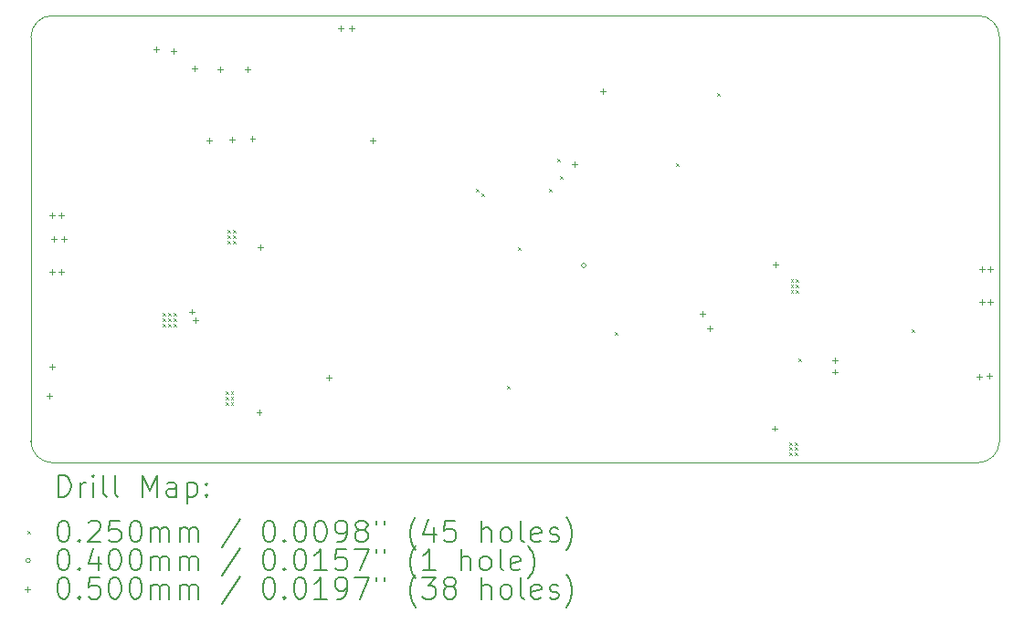
<source format=gbr>
%TF.GenerationSoftware,KiCad,Pcbnew,8.0.2*%
%TF.CreationDate,2024-05-01T20:18:54+08:00*%
%TF.ProjectId,bldcDriver,626c6463-4472-4697-9665-722e6b696361,rev?*%
%TF.SameCoordinates,Original*%
%TF.FileFunction,Drillmap*%
%TF.FilePolarity,Positive*%
%FSLAX45Y45*%
G04 Gerber Fmt 4.5, Leading zero omitted, Abs format (unit mm)*
G04 Created by KiCad (PCBNEW 8.0.2) date 2024-05-01 20:18:54*
%MOMM*%
%LPD*%
G01*
G04 APERTURE LIST*
%ADD10C,0.100000*%
%ADD11C,0.200000*%
G04 APERTURE END LIST*
D10*
X3245500Y-7019000D02*
X3245500Y-3269000D01*
X3445500Y-7219000D02*
G75*
G02*
X3245500Y-7019000I0J200000D01*
G01*
X12023584Y-7219000D02*
X11935500Y-7219000D01*
X12023584Y-3069000D02*
G75*
G02*
X12223580Y-3269000I-4J-200000D01*
G01*
X12223584Y-3269000D02*
X12223584Y-7019000D01*
X3445500Y-3069000D02*
X11935500Y-3069000D01*
X12223584Y-7019000D02*
G75*
G02*
X12023584Y-7219004I-200004J0D01*
G01*
X3245500Y-3269000D02*
G75*
G02*
X3445500Y-3069000I200000J0D01*
G01*
X11935500Y-7219000D02*
X3445500Y-7219000D01*
X11935500Y-3069000D02*
X12023584Y-3069000D01*
D11*
D10*
X4467500Y-5827500D02*
X4492500Y-5852500D01*
X4492500Y-5827500D02*
X4467500Y-5852500D01*
X4467500Y-5877500D02*
X4492500Y-5902500D01*
X4492500Y-5877500D02*
X4467500Y-5902500D01*
X4467500Y-5927500D02*
X4492500Y-5952500D01*
X4492500Y-5927500D02*
X4467500Y-5952500D01*
X4517500Y-5827500D02*
X4542500Y-5852500D01*
X4542500Y-5827500D02*
X4517500Y-5852500D01*
X4517500Y-5877500D02*
X4542500Y-5902500D01*
X4542500Y-5877500D02*
X4517500Y-5902500D01*
X4517500Y-5927500D02*
X4542500Y-5952500D01*
X4542500Y-5927500D02*
X4517500Y-5952500D01*
X4567500Y-5827500D02*
X4592500Y-5852500D01*
X4592500Y-5827500D02*
X4567500Y-5852500D01*
X4567500Y-5877500D02*
X4592500Y-5902500D01*
X4592500Y-5877500D02*
X4567500Y-5902500D01*
X4567500Y-5927500D02*
X4592500Y-5952500D01*
X4592500Y-5927500D02*
X4567500Y-5952500D01*
X5047500Y-6557500D02*
X5072500Y-6582500D01*
X5072500Y-6557500D02*
X5047500Y-6582500D01*
X5047500Y-6607500D02*
X5072500Y-6632500D01*
X5072500Y-6607500D02*
X5047500Y-6632500D01*
X5047500Y-6657500D02*
X5072500Y-6682500D01*
X5072500Y-6657500D02*
X5047500Y-6682500D01*
X5067500Y-5057500D02*
X5092500Y-5082500D01*
X5092500Y-5057500D02*
X5067500Y-5082500D01*
X5067500Y-5107500D02*
X5092500Y-5132500D01*
X5092500Y-5107500D02*
X5067500Y-5132500D01*
X5067500Y-5157500D02*
X5092500Y-5182500D01*
X5092500Y-5157500D02*
X5067500Y-5182500D01*
X5097500Y-6557500D02*
X5122500Y-6582500D01*
X5122500Y-6557500D02*
X5097500Y-6582500D01*
X5097500Y-6607500D02*
X5122500Y-6632500D01*
X5122500Y-6607500D02*
X5097500Y-6632500D01*
X5097500Y-6657500D02*
X5122500Y-6682500D01*
X5122500Y-6657500D02*
X5097500Y-6682500D01*
X5117500Y-5057500D02*
X5142500Y-5082500D01*
X5142500Y-5057500D02*
X5117500Y-5082500D01*
X5117500Y-5107500D02*
X5142500Y-5132500D01*
X5142500Y-5107500D02*
X5117500Y-5132500D01*
X5117500Y-5157500D02*
X5142500Y-5182500D01*
X5142500Y-5157500D02*
X5117500Y-5182500D01*
X7367500Y-4677500D02*
X7392500Y-4702500D01*
X7392500Y-4677500D02*
X7367500Y-4702500D01*
X7425000Y-4721250D02*
X7450000Y-4746250D01*
X7450000Y-4721250D02*
X7425000Y-4746250D01*
X7657500Y-6507500D02*
X7682500Y-6532500D01*
X7682500Y-6507500D02*
X7657500Y-6532500D01*
X7760000Y-5217250D02*
X7785000Y-5242250D01*
X7785000Y-5217250D02*
X7760000Y-5242250D01*
X8047500Y-4681000D02*
X8072500Y-4706000D01*
X8072500Y-4681000D02*
X8047500Y-4706000D01*
X8125056Y-4395095D02*
X8150056Y-4420095D01*
X8150056Y-4395095D02*
X8125056Y-4420095D01*
X8147500Y-4560000D02*
X8172500Y-4585000D01*
X8172500Y-4560000D02*
X8147500Y-4585000D01*
X8657500Y-6007500D02*
X8682500Y-6032500D01*
X8682500Y-6007500D02*
X8657500Y-6032500D01*
X9227500Y-4437500D02*
X9252500Y-4462500D01*
X9252500Y-4437500D02*
X9227500Y-4462500D01*
X9607500Y-3788750D02*
X9632500Y-3813750D01*
X9632500Y-3788750D02*
X9607500Y-3813750D01*
X10277500Y-7027500D02*
X10302500Y-7052500D01*
X10302500Y-7027500D02*
X10277500Y-7052500D01*
X10277500Y-7077500D02*
X10302500Y-7102500D01*
X10302500Y-7077500D02*
X10277500Y-7102500D01*
X10277500Y-7127500D02*
X10302500Y-7152500D01*
X10302500Y-7127500D02*
X10277500Y-7152500D01*
X10287500Y-5517500D02*
X10312500Y-5542500D01*
X10312500Y-5517500D02*
X10287500Y-5542500D01*
X10287500Y-5567500D02*
X10312500Y-5592500D01*
X10312500Y-5567500D02*
X10287500Y-5592500D01*
X10287500Y-5617500D02*
X10312500Y-5642500D01*
X10312500Y-5617500D02*
X10287500Y-5642500D01*
X10327500Y-7027500D02*
X10352500Y-7052500D01*
X10352500Y-7027500D02*
X10327500Y-7052500D01*
X10327500Y-7077500D02*
X10352500Y-7102500D01*
X10352500Y-7077500D02*
X10327500Y-7102500D01*
X10327500Y-7127500D02*
X10352500Y-7152500D01*
X10352500Y-7127500D02*
X10327500Y-7152500D01*
X10337500Y-5517500D02*
X10362500Y-5542500D01*
X10362500Y-5517500D02*
X10337500Y-5542500D01*
X10337500Y-5567500D02*
X10362500Y-5592500D01*
X10362500Y-5567500D02*
X10337500Y-5592500D01*
X10337500Y-5617500D02*
X10362500Y-5642500D01*
X10362500Y-5617500D02*
X10337500Y-5642500D01*
X10361411Y-6252717D02*
X10386411Y-6277717D01*
X10386411Y-6252717D02*
X10361411Y-6277717D01*
X11412125Y-5981500D02*
X11437125Y-6006500D01*
X11437125Y-5981500D02*
X11412125Y-6006500D01*
X8390000Y-5387250D02*
G75*
G02*
X8350000Y-5387250I-20000J0D01*
G01*
X8350000Y-5387250D02*
G75*
G02*
X8390000Y-5387250I20000J0D01*
G01*
X3413750Y-6573125D02*
X3413750Y-6623125D01*
X3388750Y-6598125D02*
X3438750Y-6598125D01*
X3440000Y-4895000D02*
X3440000Y-4945000D01*
X3415000Y-4920000D02*
X3465000Y-4920000D01*
X3440000Y-5421250D02*
X3440000Y-5471250D01*
X3415000Y-5446250D02*
X3465000Y-5446250D01*
X3440000Y-6305000D02*
X3440000Y-6355000D01*
X3415000Y-6330000D02*
X3465000Y-6330000D01*
X3460000Y-5115000D02*
X3460000Y-5165000D01*
X3435000Y-5140000D02*
X3485000Y-5140000D01*
X3530000Y-4895000D02*
X3530000Y-4945000D01*
X3505000Y-4920000D02*
X3555000Y-4920000D01*
X3530000Y-5421250D02*
X3530000Y-5471250D01*
X3505000Y-5446250D02*
X3555000Y-5446250D01*
X3550000Y-5115000D02*
X3550000Y-5165000D01*
X3525000Y-5140000D02*
X3575000Y-5140000D01*
X4410000Y-3355000D02*
X4410000Y-3405000D01*
X4385000Y-3380000D02*
X4435000Y-3380000D01*
X4570000Y-3375000D02*
X4570000Y-3425000D01*
X4545000Y-3400000D02*
X4595000Y-3400000D01*
X4737179Y-5791280D02*
X4737179Y-5841280D01*
X4712179Y-5816280D02*
X4762179Y-5816280D01*
X4760000Y-3535000D02*
X4760000Y-3585000D01*
X4735000Y-3560000D02*
X4785000Y-3560000D01*
X4772500Y-5875000D02*
X4772500Y-5925000D01*
X4747500Y-5900000D02*
X4797500Y-5900000D01*
X4900000Y-4200250D02*
X4900000Y-4250250D01*
X4875000Y-4225250D02*
X4925000Y-4225250D01*
X5000000Y-3545000D02*
X5000000Y-3595000D01*
X4975000Y-3570000D02*
X5025000Y-3570000D01*
X5110000Y-4195000D02*
X5110000Y-4245000D01*
X5085000Y-4220000D02*
X5135000Y-4220000D01*
X5250000Y-3545000D02*
X5250000Y-3595000D01*
X5225000Y-3570000D02*
X5275000Y-3570000D01*
X5300000Y-4185000D02*
X5300000Y-4235000D01*
X5275000Y-4210000D02*
X5325000Y-4210000D01*
X5360000Y-6725000D02*
X5360000Y-6775000D01*
X5335000Y-6750000D02*
X5385000Y-6750000D01*
X5370000Y-5195000D02*
X5370000Y-5245000D01*
X5345000Y-5220000D02*
X5395000Y-5220000D01*
X6010000Y-6405000D02*
X6010000Y-6455000D01*
X5985000Y-6430000D02*
X6035000Y-6430000D01*
X6120000Y-3165000D02*
X6120000Y-3215000D01*
X6095000Y-3190000D02*
X6145000Y-3190000D01*
X6220000Y-3165000D02*
X6220000Y-3215000D01*
X6195000Y-3190000D02*
X6245000Y-3190000D01*
X6410000Y-4205000D02*
X6410000Y-4255000D01*
X6385000Y-4230000D02*
X6435000Y-4230000D01*
X8286656Y-4422094D02*
X8286656Y-4472094D01*
X8261656Y-4447094D02*
X8311656Y-4447094D01*
X8550000Y-3745000D02*
X8550000Y-3795000D01*
X8525000Y-3770000D02*
X8575000Y-3770000D01*
X9470000Y-5815000D02*
X9470000Y-5865000D01*
X9445000Y-5840000D02*
X9495000Y-5840000D01*
X9540000Y-5945000D02*
X9540000Y-5995000D01*
X9515000Y-5970000D02*
X9565000Y-5970000D01*
X10140000Y-6875000D02*
X10140000Y-6925000D01*
X10115000Y-6900000D02*
X10165000Y-6900000D01*
X10150000Y-5355000D02*
X10150000Y-5405000D01*
X10125000Y-5380000D02*
X10175000Y-5380000D01*
X10694602Y-6350000D02*
X10694602Y-6400000D01*
X10669602Y-6375000D02*
X10719602Y-6375000D01*
X10700000Y-6245000D02*
X10700000Y-6295000D01*
X10675000Y-6270000D02*
X10725000Y-6270000D01*
X12035185Y-6397176D02*
X12035185Y-6447176D01*
X12010185Y-6422176D02*
X12060185Y-6422176D01*
X12060000Y-5395000D02*
X12060000Y-5445000D01*
X12035000Y-5420000D02*
X12085000Y-5420000D01*
X12060000Y-5705000D02*
X12060000Y-5755000D01*
X12035000Y-5730000D02*
X12085000Y-5730000D01*
X12130000Y-6391250D02*
X12130000Y-6441250D01*
X12105000Y-6416250D02*
X12155000Y-6416250D01*
X12140000Y-5395000D02*
X12140000Y-5445000D01*
X12115000Y-5420000D02*
X12165000Y-5420000D01*
X12140000Y-5705000D02*
X12140000Y-5755000D01*
X12115000Y-5730000D02*
X12165000Y-5730000D01*
D11*
X3501277Y-7535484D02*
X3501277Y-7335484D01*
X3501277Y-7335484D02*
X3548896Y-7335484D01*
X3548896Y-7335484D02*
X3577467Y-7345008D01*
X3577467Y-7345008D02*
X3596515Y-7364055D01*
X3596515Y-7364055D02*
X3606038Y-7383103D01*
X3606038Y-7383103D02*
X3615562Y-7421198D01*
X3615562Y-7421198D02*
X3615562Y-7449769D01*
X3615562Y-7449769D02*
X3606038Y-7487865D01*
X3606038Y-7487865D02*
X3596515Y-7506912D01*
X3596515Y-7506912D02*
X3577467Y-7525960D01*
X3577467Y-7525960D02*
X3548896Y-7535484D01*
X3548896Y-7535484D02*
X3501277Y-7535484D01*
X3701277Y-7535484D02*
X3701277Y-7402150D01*
X3701277Y-7440246D02*
X3710800Y-7421198D01*
X3710800Y-7421198D02*
X3720324Y-7411674D01*
X3720324Y-7411674D02*
X3739372Y-7402150D01*
X3739372Y-7402150D02*
X3758419Y-7402150D01*
X3825086Y-7535484D02*
X3825086Y-7402150D01*
X3825086Y-7335484D02*
X3815562Y-7345008D01*
X3815562Y-7345008D02*
X3825086Y-7354531D01*
X3825086Y-7354531D02*
X3834610Y-7345008D01*
X3834610Y-7345008D02*
X3825086Y-7335484D01*
X3825086Y-7335484D02*
X3825086Y-7354531D01*
X3948896Y-7535484D02*
X3929848Y-7525960D01*
X3929848Y-7525960D02*
X3920324Y-7506912D01*
X3920324Y-7506912D02*
X3920324Y-7335484D01*
X4053657Y-7535484D02*
X4034610Y-7525960D01*
X4034610Y-7525960D02*
X4025086Y-7506912D01*
X4025086Y-7506912D02*
X4025086Y-7335484D01*
X4282229Y-7535484D02*
X4282229Y-7335484D01*
X4282229Y-7335484D02*
X4348896Y-7478341D01*
X4348896Y-7478341D02*
X4415562Y-7335484D01*
X4415562Y-7335484D02*
X4415562Y-7535484D01*
X4596515Y-7535484D02*
X4596515Y-7430722D01*
X4596515Y-7430722D02*
X4586991Y-7411674D01*
X4586991Y-7411674D02*
X4567943Y-7402150D01*
X4567943Y-7402150D02*
X4529848Y-7402150D01*
X4529848Y-7402150D02*
X4510800Y-7411674D01*
X4596515Y-7525960D02*
X4577467Y-7535484D01*
X4577467Y-7535484D02*
X4529848Y-7535484D01*
X4529848Y-7535484D02*
X4510800Y-7525960D01*
X4510800Y-7525960D02*
X4501277Y-7506912D01*
X4501277Y-7506912D02*
X4501277Y-7487865D01*
X4501277Y-7487865D02*
X4510800Y-7468817D01*
X4510800Y-7468817D02*
X4529848Y-7459293D01*
X4529848Y-7459293D02*
X4577467Y-7459293D01*
X4577467Y-7459293D02*
X4596515Y-7449769D01*
X4691753Y-7402150D02*
X4691753Y-7602150D01*
X4691753Y-7411674D02*
X4710800Y-7402150D01*
X4710800Y-7402150D02*
X4748896Y-7402150D01*
X4748896Y-7402150D02*
X4767943Y-7411674D01*
X4767943Y-7411674D02*
X4777467Y-7421198D01*
X4777467Y-7421198D02*
X4786991Y-7440246D01*
X4786991Y-7440246D02*
X4786991Y-7497388D01*
X4786991Y-7497388D02*
X4777467Y-7516436D01*
X4777467Y-7516436D02*
X4767943Y-7525960D01*
X4767943Y-7525960D02*
X4748896Y-7535484D01*
X4748896Y-7535484D02*
X4710800Y-7535484D01*
X4710800Y-7535484D02*
X4691753Y-7525960D01*
X4872705Y-7516436D02*
X4882229Y-7525960D01*
X4882229Y-7525960D02*
X4872705Y-7535484D01*
X4872705Y-7535484D02*
X4863181Y-7525960D01*
X4863181Y-7525960D02*
X4872705Y-7516436D01*
X4872705Y-7516436D02*
X4872705Y-7535484D01*
X4872705Y-7411674D02*
X4882229Y-7421198D01*
X4882229Y-7421198D02*
X4872705Y-7430722D01*
X4872705Y-7430722D02*
X4863181Y-7421198D01*
X4863181Y-7421198D02*
X4872705Y-7411674D01*
X4872705Y-7411674D02*
X4872705Y-7430722D01*
D10*
X3215500Y-7851500D02*
X3240500Y-7876500D01*
X3240500Y-7851500D02*
X3215500Y-7876500D01*
D11*
X3539372Y-7755484D02*
X3558419Y-7755484D01*
X3558419Y-7755484D02*
X3577467Y-7765008D01*
X3577467Y-7765008D02*
X3586991Y-7774531D01*
X3586991Y-7774531D02*
X3596515Y-7793579D01*
X3596515Y-7793579D02*
X3606038Y-7831674D01*
X3606038Y-7831674D02*
X3606038Y-7879293D01*
X3606038Y-7879293D02*
X3596515Y-7917388D01*
X3596515Y-7917388D02*
X3586991Y-7936436D01*
X3586991Y-7936436D02*
X3577467Y-7945960D01*
X3577467Y-7945960D02*
X3558419Y-7955484D01*
X3558419Y-7955484D02*
X3539372Y-7955484D01*
X3539372Y-7955484D02*
X3520324Y-7945960D01*
X3520324Y-7945960D02*
X3510800Y-7936436D01*
X3510800Y-7936436D02*
X3501277Y-7917388D01*
X3501277Y-7917388D02*
X3491753Y-7879293D01*
X3491753Y-7879293D02*
X3491753Y-7831674D01*
X3491753Y-7831674D02*
X3501277Y-7793579D01*
X3501277Y-7793579D02*
X3510800Y-7774531D01*
X3510800Y-7774531D02*
X3520324Y-7765008D01*
X3520324Y-7765008D02*
X3539372Y-7755484D01*
X3691753Y-7936436D02*
X3701277Y-7945960D01*
X3701277Y-7945960D02*
X3691753Y-7955484D01*
X3691753Y-7955484D02*
X3682229Y-7945960D01*
X3682229Y-7945960D02*
X3691753Y-7936436D01*
X3691753Y-7936436D02*
X3691753Y-7955484D01*
X3777467Y-7774531D02*
X3786991Y-7765008D01*
X3786991Y-7765008D02*
X3806038Y-7755484D01*
X3806038Y-7755484D02*
X3853658Y-7755484D01*
X3853658Y-7755484D02*
X3872705Y-7765008D01*
X3872705Y-7765008D02*
X3882229Y-7774531D01*
X3882229Y-7774531D02*
X3891753Y-7793579D01*
X3891753Y-7793579D02*
X3891753Y-7812627D01*
X3891753Y-7812627D02*
X3882229Y-7841198D01*
X3882229Y-7841198D02*
X3767943Y-7955484D01*
X3767943Y-7955484D02*
X3891753Y-7955484D01*
X4072705Y-7755484D02*
X3977467Y-7755484D01*
X3977467Y-7755484D02*
X3967943Y-7850722D01*
X3967943Y-7850722D02*
X3977467Y-7841198D01*
X3977467Y-7841198D02*
X3996515Y-7831674D01*
X3996515Y-7831674D02*
X4044134Y-7831674D01*
X4044134Y-7831674D02*
X4063181Y-7841198D01*
X4063181Y-7841198D02*
X4072705Y-7850722D01*
X4072705Y-7850722D02*
X4082229Y-7869769D01*
X4082229Y-7869769D02*
X4082229Y-7917388D01*
X4082229Y-7917388D02*
X4072705Y-7936436D01*
X4072705Y-7936436D02*
X4063181Y-7945960D01*
X4063181Y-7945960D02*
X4044134Y-7955484D01*
X4044134Y-7955484D02*
X3996515Y-7955484D01*
X3996515Y-7955484D02*
X3977467Y-7945960D01*
X3977467Y-7945960D02*
X3967943Y-7936436D01*
X4206039Y-7755484D02*
X4225086Y-7755484D01*
X4225086Y-7755484D02*
X4244134Y-7765008D01*
X4244134Y-7765008D02*
X4253658Y-7774531D01*
X4253658Y-7774531D02*
X4263181Y-7793579D01*
X4263181Y-7793579D02*
X4272705Y-7831674D01*
X4272705Y-7831674D02*
X4272705Y-7879293D01*
X4272705Y-7879293D02*
X4263181Y-7917388D01*
X4263181Y-7917388D02*
X4253658Y-7936436D01*
X4253658Y-7936436D02*
X4244134Y-7945960D01*
X4244134Y-7945960D02*
X4225086Y-7955484D01*
X4225086Y-7955484D02*
X4206039Y-7955484D01*
X4206039Y-7955484D02*
X4186991Y-7945960D01*
X4186991Y-7945960D02*
X4177467Y-7936436D01*
X4177467Y-7936436D02*
X4167943Y-7917388D01*
X4167943Y-7917388D02*
X4158419Y-7879293D01*
X4158419Y-7879293D02*
X4158419Y-7831674D01*
X4158419Y-7831674D02*
X4167943Y-7793579D01*
X4167943Y-7793579D02*
X4177467Y-7774531D01*
X4177467Y-7774531D02*
X4186991Y-7765008D01*
X4186991Y-7765008D02*
X4206039Y-7755484D01*
X4358420Y-7955484D02*
X4358420Y-7822150D01*
X4358420Y-7841198D02*
X4367943Y-7831674D01*
X4367943Y-7831674D02*
X4386991Y-7822150D01*
X4386991Y-7822150D02*
X4415562Y-7822150D01*
X4415562Y-7822150D02*
X4434610Y-7831674D01*
X4434610Y-7831674D02*
X4444134Y-7850722D01*
X4444134Y-7850722D02*
X4444134Y-7955484D01*
X4444134Y-7850722D02*
X4453658Y-7831674D01*
X4453658Y-7831674D02*
X4472705Y-7822150D01*
X4472705Y-7822150D02*
X4501277Y-7822150D01*
X4501277Y-7822150D02*
X4520324Y-7831674D01*
X4520324Y-7831674D02*
X4529848Y-7850722D01*
X4529848Y-7850722D02*
X4529848Y-7955484D01*
X4625086Y-7955484D02*
X4625086Y-7822150D01*
X4625086Y-7841198D02*
X4634610Y-7831674D01*
X4634610Y-7831674D02*
X4653658Y-7822150D01*
X4653658Y-7822150D02*
X4682229Y-7822150D01*
X4682229Y-7822150D02*
X4701277Y-7831674D01*
X4701277Y-7831674D02*
X4710801Y-7850722D01*
X4710801Y-7850722D02*
X4710801Y-7955484D01*
X4710801Y-7850722D02*
X4720324Y-7831674D01*
X4720324Y-7831674D02*
X4739372Y-7822150D01*
X4739372Y-7822150D02*
X4767943Y-7822150D01*
X4767943Y-7822150D02*
X4786991Y-7831674D01*
X4786991Y-7831674D02*
X4796515Y-7850722D01*
X4796515Y-7850722D02*
X4796515Y-7955484D01*
X5186991Y-7745960D02*
X5015563Y-8003103D01*
X5444134Y-7755484D02*
X5463182Y-7755484D01*
X5463182Y-7755484D02*
X5482229Y-7765008D01*
X5482229Y-7765008D02*
X5491753Y-7774531D01*
X5491753Y-7774531D02*
X5501277Y-7793579D01*
X5501277Y-7793579D02*
X5510801Y-7831674D01*
X5510801Y-7831674D02*
X5510801Y-7879293D01*
X5510801Y-7879293D02*
X5501277Y-7917388D01*
X5501277Y-7917388D02*
X5491753Y-7936436D01*
X5491753Y-7936436D02*
X5482229Y-7945960D01*
X5482229Y-7945960D02*
X5463182Y-7955484D01*
X5463182Y-7955484D02*
X5444134Y-7955484D01*
X5444134Y-7955484D02*
X5425086Y-7945960D01*
X5425086Y-7945960D02*
X5415563Y-7936436D01*
X5415563Y-7936436D02*
X5406039Y-7917388D01*
X5406039Y-7917388D02*
X5396515Y-7879293D01*
X5396515Y-7879293D02*
X5396515Y-7831674D01*
X5396515Y-7831674D02*
X5406039Y-7793579D01*
X5406039Y-7793579D02*
X5415563Y-7774531D01*
X5415563Y-7774531D02*
X5425086Y-7765008D01*
X5425086Y-7765008D02*
X5444134Y-7755484D01*
X5596515Y-7936436D02*
X5606039Y-7945960D01*
X5606039Y-7945960D02*
X5596515Y-7955484D01*
X5596515Y-7955484D02*
X5586991Y-7945960D01*
X5586991Y-7945960D02*
X5596515Y-7936436D01*
X5596515Y-7936436D02*
X5596515Y-7955484D01*
X5729848Y-7755484D02*
X5748896Y-7755484D01*
X5748896Y-7755484D02*
X5767943Y-7765008D01*
X5767943Y-7765008D02*
X5777467Y-7774531D01*
X5777467Y-7774531D02*
X5786991Y-7793579D01*
X5786991Y-7793579D02*
X5796515Y-7831674D01*
X5796515Y-7831674D02*
X5796515Y-7879293D01*
X5796515Y-7879293D02*
X5786991Y-7917388D01*
X5786991Y-7917388D02*
X5777467Y-7936436D01*
X5777467Y-7936436D02*
X5767943Y-7945960D01*
X5767943Y-7945960D02*
X5748896Y-7955484D01*
X5748896Y-7955484D02*
X5729848Y-7955484D01*
X5729848Y-7955484D02*
X5710801Y-7945960D01*
X5710801Y-7945960D02*
X5701277Y-7936436D01*
X5701277Y-7936436D02*
X5691753Y-7917388D01*
X5691753Y-7917388D02*
X5682229Y-7879293D01*
X5682229Y-7879293D02*
X5682229Y-7831674D01*
X5682229Y-7831674D02*
X5691753Y-7793579D01*
X5691753Y-7793579D02*
X5701277Y-7774531D01*
X5701277Y-7774531D02*
X5710801Y-7765008D01*
X5710801Y-7765008D02*
X5729848Y-7755484D01*
X5920324Y-7755484D02*
X5939372Y-7755484D01*
X5939372Y-7755484D02*
X5958420Y-7765008D01*
X5958420Y-7765008D02*
X5967943Y-7774531D01*
X5967943Y-7774531D02*
X5977467Y-7793579D01*
X5977467Y-7793579D02*
X5986991Y-7831674D01*
X5986991Y-7831674D02*
X5986991Y-7879293D01*
X5986991Y-7879293D02*
X5977467Y-7917388D01*
X5977467Y-7917388D02*
X5967943Y-7936436D01*
X5967943Y-7936436D02*
X5958420Y-7945960D01*
X5958420Y-7945960D02*
X5939372Y-7955484D01*
X5939372Y-7955484D02*
X5920324Y-7955484D01*
X5920324Y-7955484D02*
X5901277Y-7945960D01*
X5901277Y-7945960D02*
X5891753Y-7936436D01*
X5891753Y-7936436D02*
X5882229Y-7917388D01*
X5882229Y-7917388D02*
X5872705Y-7879293D01*
X5872705Y-7879293D02*
X5872705Y-7831674D01*
X5872705Y-7831674D02*
X5882229Y-7793579D01*
X5882229Y-7793579D02*
X5891753Y-7774531D01*
X5891753Y-7774531D02*
X5901277Y-7765008D01*
X5901277Y-7765008D02*
X5920324Y-7755484D01*
X6082229Y-7955484D02*
X6120324Y-7955484D01*
X6120324Y-7955484D02*
X6139372Y-7945960D01*
X6139372Y-7945960D02*
X6148896Y-7936436D01*
X6148896Y-7936436D02*
X6167943Y-7907865D01*
X6167943Y-7907865D02*
X6177467Y-7869769D01*
X6177467Y-7869769D02*
X6177467Y-7793579D01*
X6177467Y-7793579D02*
X6167943Y-7774531D01*
X6167943Y-7774531D02*
X6158420Y-7765008D01*
X6158420Y-7765008D02*
X6139372Y-7755484D01*
X6139372Y-7755484D02*
X6101277Y-7755484D01*
X6101277Y-7755484D02*
X6082229Y-7765008D01*
X6082229Y-7765008D02*
X6072705Y-7774531D01*
X6072705Y-7774531D02*
X6063182Y-7793579D01*
X6063182Y-7793579D02*
X6063182Y-7841198D01*
X6063182Y-7841198D02*
X6072705Y-7860246D01*
X6072705Y-7860246D02*
X6082229Y-7869769D01*
X6082229Y-7869769D02*
X6101277Y-7879293D01*
X6101277Y-7879293D02*
X6139372Y-7879293D01*
X6139372Y-7879293D02*
X6158420Y-7869769D01*
X6158420Y-7869769D02*
X6167943Y-7860246D01*
X6167943Y-7860246D02*
X6177467Y-7841198D01*
X6291753Y-7841198D02*
X6272705Y-7831674D01*
X6272705Y-7831674D02*
X6263182Y-7822150D01*
X6263182Y-7822150D02*
X6253658Y-7803103D01*
X6253658Y-7803103D02*
X6253658Y-7793579D01*
X6253658Y-7793579D02*
X6263182Y-7774531D01*
X6263182Y-7774531D02*
X6272705Y-7765008D01*
X6272705Y-7765008D02*
X6291753Y-7755484D01*
X6291753Y-7755484D02*
X6329848Y-7755484D01*
X6329848Y-7755484D02*
X6348896Y-7765008D01*
X6348896Y-7765008D02*
X6358420Y-7774531D01*
X6358420Y-7774531D02*
X6367943Y-7793579D01*
X6367943Y-7793579D02*
X6367943Y-7803103D01*
X6367943Y-7803103D02*
X6358420Y-7822150D01*
X6358420Y-7822150D02*
X6348896Y-7831674D01*
X6348896Y-7831674D02*
X6329848Y-7841198D01*
X6329848Y-7841198D02*
X6291753Y-7841198D01*
X6291753Y-7841198D02*
X6272705Y-7850722D01*
X6272705Y-7850722D02*
X6263182Y-7860246D01*
X6263182Y-7860246D02*
X6253658Y-7879293D01*
X6253658Y-7879293D02*
X6253658Y-7917388D01*
X6253658Y-7917388D02*
X6263182Y-7936436D01*
X6263182Y-7936436D02*
X6272705Y-7945960D01*
X6272705Y-7945960D02*
X6291753Y-7955484D01*
X6291753Y-7955484D02*
X6329848Y-7955484D01*
X6329848Y-7955484D02*
X6348896Y-7945960D01*
X6348896Y-7945960D02*
X6358420Y-7936436D01*
X6358420Y-7936436D02*
X6367943Y-7917388D01*
X6367943Y-7917388D02*
X6367943Y-7879293D01*
X6367943Y-7879293D02*
X6358420Y-7860246D01*
X6358420Y-7860246D02*
X6348896Y-7850722D01*
X6348896Y-7850722D02*
X6329848Y-7841198D01*
X6444134Y-7755484D02*
X6444134Y-7793579D01*
X6520324Y-7755484D02*
X6520324Y-7793579D01*
X6815563Y-8031674D02*
X6806039Y-8022150D01*
X6806039Y-8022150D02*
X6786991Y-7993579D01*
X6786991Y-7993579D02*
X6777467Y-7974531D01*
X6777467Y-7974531D02*
X6767944Y-7945960D01*
X6767944Y-7945960D02*
X6758420Y-7898341D01*
X6758420Y-7898341D02*
X6758420Y-7860246D01*
X6758420Y-7860246D02*
X6767944Y-7812627D01*
X6767944Y-7812627D02*
X6777467Y-7784055D01*
X6777467Y-7784055D02*
X6786991Y-7765008D01*
X6786991Y-7765008D02*
X6806039Y-7736436D01*
X6806039Y-7736436D02*
X6815563Y-7726912D01*
X6977467Y-7822150D02*
X6977467Y-7955484D01*
X6929848Y-7745960D02*
X6882229Y-7888817D01*
X6882229Y-7888817D02*
X7006039Y-7888817D01*
X7177467Y-7755484D02*
X7082229Y-7755484D01*
X7082229Y-7755484D02*
X7072705Y-7850722D01*
X7072705Y-7850722D02*
X7082229Y-7841198D01*
X7082229Y-7841198D02*
X7101277Y-7831674D01*
X7101277Y-7831674D02*
X7148896Y-7831674D01*
X7148896Y-7831674D02*
X7167944Y-7841198D01*
X7167944Y-7841198D02*
X7177467Y-7850722D01*
X7177467Y-7850722D02*
X7186991Y-7869769D01*
X7186991Y-7869769D02*
X7186991Y-7917388D01*
X7186991Y-7917388D02*
X7177467Y-7936436D01*
X7177467Y-7936436D02*
X7167944Y-7945960D01*
X7167944Y-7945960D02*
X7148896Y-7955484D01*
X7148896Y-7955484D02*
X7101277Y-7955484D01*
X7101277Y-7955484D02*
X7082229Y-7945960D01*
X7082229Y-7945960D02*
X7072705Y-7936436D01*
X7425086Y-7955484D02*
X7425086Y-7755484D01*
X7510801Y-7955484D02*
X7510801Y-7850722D01*
X7510801Y-7850722D02*
X7501277Y-7831674D01*
X7501277Y-7831674D02*
X7482229Y-7822150D01*
X7482229Y-7822150D02*
X7453658Y-7822150D01*
X7453658Y-7822150D02*
X7434610Y-7831674D01*
X7434610Y-7831674D02*
X7425086Y-7841198D01*
X7634610Y-7955484D02*
X7615563Y-7945960D01*
X7615563Y-7945960D02*
X7606039Y-7936436D01*
X7606039Y-7936436D02*
X7596515Y-7917388D01*
X7596515Y-7917388D02*
X7596515Y-7860246D01*
X7596515Y-7860246D02*
X7606039Y-7841198D01*
X7606039Y-7841198D02*
X7615563Y-7831674D01*
X7615563Y-7831674D02*
X7634610Y-7822150D01*
X7634610Y-7822150D02*
X7663182Y-7822150D01*
X7663182Y-7822150D02*
X7682229Y-7831674D01*
X7682229Y-7831674D02*
X7691753Y-7841198D01*
X7691753Y-7841198D02*
X7701277Y-7860246D01*
X7701277Y-7860246D02*
X7701277Y-7917388D01*
X7701277Y-7917388D02*
X7691753Y-7936436D01*
X7691753Y-7936436D02*
X7682229Y-7945960D01*
X7682229Y-7945960D02*
X7663182Y-7955484D01*
X7663182Y-7955484D02*
X7634610Y-7955484D01*
X7815563Y-7955484D02*
X7796515Y-7945960D01*
X7796515Y-7945960D02*
X7786991Y-7926912D01*
X7786991Y-7926912D02*
X7786991Y-7755484D01*
X7967944Y-7945960D02*
X7948896Y-7955484D01*
X7948896Y-7955484D02*
X7910801Y-7955484D01*
X7910801Y-7955484D02*
X7891753Y-7945960D01*
X7891753Y-7945960D02*
X7882229Y-7926912D01*
X7882229Y-7926912D02*
X7882229Y-7850722D01*
X7882229Y-7850722D02*
X7891753Y-7831674D01*
X7891753Y-7831674D02*
X7910801Y-7822150D01*
X7910801Y-7822150D02*
X7948896Y-7822150D01*
X7948896Y-7822150D02*
X7967944Y-7831674D01*
X7967944Y-7831674D02*
X7977467Y-7850722D01*
X7977467Y-7850722D02*
X7977467Y-7869769D01*
X7977467Y-7869769D02*
X7882229Y-7888817D01*
X8053658Y-7945960D02*
X8072706Y-7955484D01*
X8072706Y-7955484D02*
X8110801Y-7955484D01*
X8110801Y-7955484D02*
X8129848Y-7945960D01*
X8129848Y-7945960D02*
X8139372Y-7926912D01*
X8139372Y-7926912D02*
X8139372Y-7917388D01*
X8139372Y-7917388D02*
X8129848Y-7898341D01*
X8129848Y-7898341D02*
X8110801Y-7888817D01*
X8110801Y-7888817D02*
X8082229Y-7888817D01*
X8082229Y-7888817D02*
X8063182Y-7879293D01*
X8063182Y-7879293D02*
X8053658Y-7860246D01*
X8053658Y-7860246D02*
X8053658Y-7850722D01*
X8053658Y-7850722D02*
X8063182Y-7831674D01*
X8063182Y-7831674D02*
X8082229Y-7822150D01*
X8082229Y-7822150D02*
X8110801Y-7822150D01*
X8110801Y-7822150D02*
X8129848Y-7831674D01*
X8206039Y-8031674D02*
X8215563Y-8022150D01*
X8215563Y-8022150D02*
X8234610Y-7993579D01*
X8234610Y-7993579D02*
X8244134Y-7974531D01*
X8244134Y-7974531D02*
X8253658Y-7945960D01*
X8253658Y-7945960D02*
X8263182Y-7898341D01*
X8263182Y-7898341D02*
X8263182Y-7860246D01*
X8263182Y-7860246D02*
X8253658Y-7812627D01*
X8253658Y-7812627D02*
X8244134Y-7784055D01*
X8244134Y-7784055D02*
X8234610Y-7765008D01*
X8234610Y-7765008D02*
X8215563Y-7736436D01*
X8215563Y-7736436D02*
X8206039Y-7726912D01*
D10*
X3240500Y-8128000D02*
G75*
G02*
X3200500Y-8128000I-20000J0D01*
G01*
X3200500Y-8128000D02*
G75*
G02*
X3240500Y-8128000I20000J0D01*
G01*
D11*
X3539372Y-8019484D02*
X3558419Y-8019484D01*
X3558419Y-8019484D02*
X3577467Y-8029008D01*
X3577467Y-8029008D02*
X3586991Y-8038531D01*
X3586991Y-8038531D02*
X3596515Y-8057579D01*
X3596515Y-8057579D02*
X3606038Y-8095674D01*
X3606038Y-8095674D02*
X3606038Y-8143293D01*
X3606038Y-8143293D02*
X3596515Y-8181388D01*
X3596515Y-8181388D02*
X3586991Y-8200436D01*
X3586991Y-8200436D02*
X3577467Y-8209960D01*
X3577467Y-8209960D02*
X3558419Y-8219484D01*
X3558419Y-8219484D02*
X3539372Y-8219484D01*
X3539372Y-8219484D02*
X3520324Y-8209960D01*
X3520324Y-8209960D02*
X3510800Y-8200436D01*
X3510800Y-8200436D02*
X3501277Y-8181388D01*
X3501277Y-8181388D02*
X3491753Y-8143293D01*
X3491753Y-8143293D02*
X3491753Y-8095674D01*
X3491753Y-8095674D02*
X3501277Y-8057579D01*
X3501277Y-8057579D02*
X3510800Y-8038531D01*
X3510800Y-8038531D02*
X3520324Y-8029008D01*
X3520324Y-8029008D02*
X3539372Y-8019484D01*
X3691753Y-8200436D02*
X3701277Y-8209960D01*
X3701277Y-8209960D02*
X3691753Y-8219484D01*
X3691753Y-8219484D02*
X3682229Y-8209960D01*
X3682229Y-8209960D02*
X3691753Y-8200436D01*
X3691753Y-8200436D02*
X3691753Y-8219484D01*
X3872705Y-8086150D02*
X3872705Y-8219484D01*
X3825086Y-8009960D02*
X3777467Y-8152817D01*
X3777467Y-8152817D02*
X3901277Y-8152817D01*
X4015562Y-8019484D02*
X4034610Y-8019484D01*
X4034610Y-8019484D02*
X4053658Y-8029008D01*
X4053658Y-8029008D02*
X4063181Y-8038531D01*
X4063181Y-8038531D02*
X4072705Y-8057579D01*
X4072705Y-8057579D02*
X4082229Y-8095674D01*
X4082229Y-8095674D02*
X4082229Y-8143293D01*
X4082229Y-8143293D02*
X4072705Y-8181388D01*
X4072705Y-8181388D02*
X4063181Y-8200436D01*
X4063181Y-8200436D02*
X4053658Y-8209960D01*
X4053658Y-8209960D02*
X4034610Y-8219484D01*
X4034610Y-8219484D02*
X4015562Y-8219484D01*
X4015562Y-8219484D02*
X3996515Y-8209960D01*
X3996515Y-8209960D02*
X3986991Y-8200436D01*
X3986991Y-8200436D02*
X3977467Y-8181388D01*
X3977467Y-8181388D02*
X3967943Y-8143293D01*
X3967943Y-8143293D02*
X3967943Y-8095674D01*
X3967943Y-8095674D02*
X3977467Y-8057579D01*
X3977467Y-8057579D02*
X3986991Y-8038531D01*
X3986991Y-8038531D02*
X3996515Y-8029008D01*
X3996515Y-8029008D02*
X4015562Y-8019484D01*
X4206039Y-8019484D02*
X4225086Y-8019484D01*
X4225086Y-8019484D02*
X4244134Y-8029008D01*
X4244134Y-8029008D02*
X4253658Y-8038531D01*
X4253658Y-8038531D02*
X4263181Y-8057579D01*
X4263181Y-8057579D02*
X4272705Y-8095674D01*
X4272705Y-8095674D02*
X4272705Y-8143293D01*
X4272705Y-8143293D02*
X4263181Y-8181388D01*
X4263181Y-8181388D02*
X4253658Y-8200436D01*
X4253658Y-8200436D02*
X4244134Y-8209960D01*
X4244134Y-8209960D02*
X4225086Y-8219484D01*
X4225086Y-8219484D02*
X4206039Y-8219484D01*
X4206039Y-8219484D02*
X4186991Y-8209960D01*
X4186991Y-8209960D02*
X4177467Y-8200436D01*
X4177467Y-8200436D02*
X4167943Y-8181388D01*
X4167943Y-8181388D02*
X4158419Y-8143293D01*
X4158419Y-8143293D02*
X4158419Y-8095674D01*
X4158419Y-8095674D02*
X4167943Y-8057579D01*
X4167943Y-8057579D02*
X4177467Y-8038531D01*
X4177467Y-8038531D02*
X4186991Y-8029008D01*
X4186991Y-8029008D02*
X4206039Y-8019484D01*
X4358420Y-8219484D02*
X4358420Y-8086150D01*
X4358420Y-8105198D02*
X4367943Y-8095674D01*
X4367943Y-8095674D02*
X4386991Y-8086150D01*
X4386991Y-8086150D02*
X4415562Y-8086150D01*
X4415562Y-8086150D02*
X4434610Y-8095674D01*
X4434610Y-8095674D02*
X4444134Y-8114722D01*
X4444134Y-8114722D02*
X4444134Y-8219484D01*
X4444134Y-8114722D02*
X4453658Y-8095674D01*
X4453658Y-8095674D02*
X4472705Y-8086150D01*
X4472705Y-8086150D02*
X4501277Y-8086150D01*
X4501277Y-8086150D02*
X4520324Y-8095674D01*
X4520324Y-8095674D02*
X4529848Y-8114722D01*
X4529848Y-8114722D02*
X4529848Y-8219484D01*
X4625086Y-8219484D02*
X4625086Y-8086150D01*
X4625086Y-8105198D02*
X4634610Y-8095674D01*
X4634610Y-8095674D02*
X4653658Y-8086150D01*
X4653658Y-8086150D02*
X4682229Y-8086150D01*
X4682229Y-8086150D02*
X4701277Y-8095674D01*
X4701277Y-8095674D02*
X4710801Y-8114722D01*
X4710801Y-8114722D02*
X4710801Y-8219484D01*
X4710801Y-8114722D02*
X4720324Y-8095674D01*
X4720324Y-8095674D02*
X4739372Y-8086150D01*
X4739372Y-8086150D02*
X4767943Y-8086150D01*
X4767943Y-8086150D02*
X4786991Y-8095674D01*
X4786991Y-8095674D02*
X4796515Y-8114722D01*
X4796515Y-8114722D02*
X4796515Y-8219484D01*
X5186991Y-8009960D02*
X5015563Y-8267103D01*
X5444134Y-8019484D02*
X5463182Y-8019484D01*
X5463182Y-8019484D02*
X5482229Y-8029008D01*
X5482229Y-8029008D02*
X5491753Y-8038531D01*
X5491753Y-8038531D02*
X5501277Y-8057579D01*
X5501277Y-8057579D02*
X5510801Y-8095674D01*
X5510801Y-8095674D02*
X5510801Y-8143293D01*
X5510801Y-8143293D02*
X5501277Y-8181388D01*
X5501277Y-8181388D02*
X5491753Y-8200436D01*
X5491753Y-8200436D02*
X5482229Y-8209960D01*
X5482229Y-8209960D02*
X5463182Y-8219484D01*
X5463182Y-8219484D02*
X5444134Y-8219484D01*
X5444134Y-8219484D02*
X5425086Y-8209960D01*
X5425086Y-8209960D02*
X5415563Y-8200436D01*
X5415563Y-8200436D02*
X5406039Y-8181388D01*
X5406039Y-8181388D02*
X5396515Y-8143293D01*
X5396515Y-8143293D02*
X5396515Y-8095674D01*
X5396515Y-8095674D02*
X5406039Y-8057579D01*
X5406039Y-8057579D02*
X5415563Y-8038531D01*
X5415563Y-8038531D02*
X5425086Y-8029008D01*
X5425086Y-8029008D02*
X5444134Y-8019484D01*
X5596515Y-8200436D02*
X5606039Y-8209960D01*
X5606039Y-8209960D02*
X5596515Y-8219484D01*
X5596515Y-8219484D02*
X5586991Y-8209960D01*
X5586991Y-8209960D02*
X5596515Y-8200436D01*
X5596515Y-8200436D02*
X5596515Y-8219484D01*
X5729848Y-8019484D02*
X5748896Y-8019484D01*
X5748896Y-8019484D02*
X5767943Y-8029008D01*
X5767943Y-8029008D02*
X5777467Y-8038531D01*
X5777467Y-8038531D02*
X5786991Y-8057579D01*
X5786991Y-8057579D02*
X5796515Y-8095674D01*
X5796515Y-8095674D02*
X5796515Y-8143293D01*
X5796515Y-8143293D02*
X5786991Y-8181388D01*
X5786991Y-8181388D02*
X5777467Y-8200436D01*
X5777467Y-8200436D02*
X5767943Y-8209960D01*
X5767943Y-8209960D02*
X5748896Y-8219484D01*
X5748896Y-8219484D02*
X5729848Y-8219484D01*
X5729848Y-8219484D02*
X5710801Y-8209960D01*
X5710801Y-8209960D02*
X5701277Y-8200436D01*
X5701277Y-8200436D02*
X5691753Y-8181388D01*
X5691753Y-8181388D02*
X5682229Y-8143293D01*
X5682229Y-8143293D02*
X5682229Y-8095674D01*
X5682229Y-8095674D02*
X5691753Y-8057579D01*
X5691753Y-8057579D02*
X5701277Y-8038531D01*
X5701277Y-8038531D02*
X5710801Y-8029008D01*
X5710801Y-8029008D02*
X5729848Y-8019484D01*
X5986991Y-8219484D02*
X5872705Y-8219484D01*
X5929848Y-8219484D02*
X5929848Y-8019484D01*
X5929848Y-8019484D02*
X5910801Y-8048055D01*
X5910801Y-8048055D02*
X5891753Y-8067103D01*
X5891753Y-8067103D02*
X5872705Y-8076627D01*
X6167943Y-8019484D02*
X6072705Y-8019484D01*
X6072705Y-8019484D02*
X6063182Y-8114722D01*
X6063182Y-8114722D02*
X6072705Y-8105198D01*
X6072705Y-8105198D02*
X6091753Y-8095674D01*
X6091753Y-8095674D02*
X6139372Y-8095674D01*
X6139372Y-8095674D02*
X6158420Y-8105198D01*
X6158420Y-8105198D02*
X6167943Y-8114722D01*
X6167943Y-8114722D02*
X6177467Y-8133769D01*
X6177467Y-8133769D02*
X6177467Y-8181388D01*
X6177467Y-8181388D02*
X6167943Y-8200436D01*
X6167943Y-8200436D02*
X6158420Y-8209960D01*
X6158420Y-8209960D02*
X6139372Y-8219484D01*
X6139372Y-8219484D02*
X6091753Y-8219484D01*
X6091753Y-8219484D02*
X6072705Y-8209960D01*
X6072705Y-8209960D02*
X6063182Y-8200436D01*
X6244134Y-8019484D02*
X6377467Y-8019484D01*
X6377467Y-8019484D02*
X6291753Y-8219484D01*
X6444134Y-8019484D02*
X6444134Y-8057579D01*
X6520324Y-8019484D02*
X6520324Y-8057579D01*
X6815563Y-8295674D02*
X6806039Y-8286150D01*
X6806039Y-8286150D02*
X6786991Y-8257579D01*
X6786991Y-8257579D02*
X6777467Y-8238531D01*
X6777467Y-8238531D02*
X6767944Y-8209960D01*
X6767944Y-8209960D02*
X6758420Y-8162341D01*
X6758420Y-8162341D02*
X6758420Y-8124246D01*
X6758420Y-8124246D02*
X6767944Y-8076627D01*
X6767944Y-8076627D02*
X6777467Y-8048055D01*
X6777467Y-8048055D02*
X6786991Y-8029008D01*
X6786991Y-8029008D02*
X6806039Y-8000436D01*
X6806039Y-8000436D02*
X6815563Y-7990912D01*
X6996515Y-8219484D02*
X6882229Y-8219484D01*
X6939372Y-8219484D02*
X6939372Y-8019484D01*
X6939372Y-8019484D02*
X6920324Y-8048055D01*
X6920324Y-8048055D02*
X6901277Y-8067103D01*
X6901277Y-8067103D02*
X6882229Y-8076627D01*
X7234610Y-8219484D02*
X7234610Y-8019484D01*
X7320325Y-8219484D02*
X7320325Y-8114722D01*
X7320325Y-8114722D02*
X7310801Y-8095674D01*
X7310801Y-8095674D02*
X7291753Y-8086150D01*
X7291753Y-8086150D02*
X7263182Y-8086150D01*
X7263182Y-8086150D02*
X7244134Y-8095674D01*
X7244134Y-8095674D02*
X7234610Y-8105198D01*
X7444134Y-8219484D02*
X7425086Y-8209960D01*
X7425086Y-8209960D02*
X7415563Y-8200436D01*
X7415563Y-8200436D02*
X7406039Y-8181388D01*
X7406039Y-8181388D02*
X7406039Y-8124246D01*
X7406039Y-8124246D02*
X7415563Y-8105198D01*
X7415563Y-8105198D02*
X7425086Y-8095674D01*
X7425086Y-8095674D02*
X7444134Y-8086150D01*
X7444134Y-8086150D02*
X7472706Y-8086150D01*
X7472706Y-8086150D02*
X7491753Y-8095674D01*
X7491753Y-8095674D02*
X7501277Y-8105198D01*
X7501277Y-8105198D02*
X7510801Y-8124246D01*
X7510801Y-8124246D02*
X7510801Y-8181388D01*
X7510801Y-8181388D02*
X7501277Y-8200436D01*
X7501277Y-8200436D02*
X7491753Y-8209960D01*
X7491753Y-8209960D02*
X7472706Y-8219484D01*
X7472706Y-8219484D02*
X7444134Y-8219484D01*
X7625086Y-8219484D02*
X7606039Y-8209960D01*
X7606039Y-8209960D02*
X7596515Y-8190912D01*
X7596515Y-8190912D02*
X7596515Y-8019484D01*
X7777467Y-8209960D02*
X7758420Y-8219484D01*
X7758420Y-8219484D02*
X7720325Y-8219484D01*
X7720325Y-8219484D02*
X7701277Y-8209960D01*
X7701277Y-8209960D02*
X7691753Y-8190912D01*
X7691753Y-8190912D02*
X7691753Y-8114722D01*
X7691753Y-8114722D02*
X7701277Y-8095674D01*
X7701277Y-8095674D02*
X7720325Y-8086150D01*
X7720325Y-8086150D02*
X7758420Y-8086150D01*
X7758420Y-8086150D02*
X7777467Y-8095674D01*
X7777467Y-8095674D02*
X7786991Y-8114722D01*
X7786991Y-8114722D02*
X7786991Y-8133769D01*
X7786991Y-8133769D02*
X7691753Y-8152817D01*
X7853658Y-8295674D02*
X7863182Y-8286150D01*
X7863182Y-8286150D02*
X7882229Y-8257579D01*
X7882229Y-8257579D02*
X7891753Y-8238531D01*
X7891753Y-8238531D02*
X7901277Y-8209960D01*
X7901277Y-8209960D02*
X7910801Y-8162341D01*
X7910801Y-8162341D02*
X7910801Y-8124246D01*
X7910801Y-8124246D02*
X7901277Y-8076627D01*
X7901277Y-8076627D02*
X7891753Y-8048055D01*
X7891753Y-8048055D02*
X7882229Y-8029008D01*
X7882229Y-8029008D02*
X7863182Y-8000436D01*
X7863182Y-8000436D02*
X7853658Y-7990912D01*
D10*
X3215500Y-8367000D02*
X3215500Y-8417000D01*
X3190500Y-8392000D02*
X3240500Y-8392000D01*
D11*
X3539372Y-8283484D02*
X3558419Y-8283484D01*
X3558419Y-8283484D02*
X3577467Y-8293008D01*
X3577467Y-8293008D02*
X3586991Y-8302531D01*
X3586991Y-8302531D02*
X3596515Y-8321579D01*
X3596515Y-8321579D02*
X3606038Y-8359674D01*
X3606038Y-8359674D02*
X3606038Y-8407293D01*
X3606038Y-8407293D02*
X3596515Y-8445389D01*
X3596515Y-8445389D02*
X3586991Y-8464436D01*
X3586991Y-8464436D02*
X3577467Y-8473960D01*
X3577467Y-8473960D02*
X3558419Y-8483484D01*
X3558419Y-8483484D02*
X3539372Y-8483484D01*
X3539372Y-8483484D02*
X3520324Y-8473960D01*
X3520324Y-8473960D02*
X3510800Y-8464436D01*
X3510800Y-8464436D02*
X3501277Y-8445389D01*
X3501277Y-8445389D02*
X3491753Y-8407293D01*
X3491753Y-8407293D02*
X3491753Y-8359674D01*
X3491753Y-8359674D02*
X3501277Y-8321579D01*
X3501277Y-8321579D02*
X3510800Y-8302531D01*
X3510800Y-8302531D02*
X3520324Y-8293008D01*
X3520324Y-8293008D02*
X3539372Y-8283484D01*
X3691753Y-8464436D02*
X3701277Y-8473960D01*
X3701277Y-8473960D02*
X3691753Y-8483484D01*
X3691753Y-8483484D02*
X3682229Y-8473960D01*
X3682229Y-8473960D02*
X3691753Y-8464436D01*
X3691753Y-8464436D02*
X3691753Y-8483484D01*
X3882229Y-8283484D02*
X3786991Y-8283484D01*
X3786991Y-8283484D02*
X3777467Y-8378722D01*
X3777467Y-8378722D02*
X3786991Y-8369198D01*
X3786991Y-8369198D02*
X3806038Y-8359674D01*
X3806038Y-8359674D02*
X3853658Y-8359674D01*
X3853658Y-8359674D02*
X3872705Y-8369198D01*
X3872705Y-8369198D02*
X3882229Y-8378722D01*
X3882229Y-8378722D02*
X3891753Y-8397770D01*
X3891753Y-8397770D02*
X3891753Y-8445389D01*
X3891753Y-8445389D02*
X3882229Y-8464436D01*
X3882229Y-8464436D02*
X3872705Y-8473960D01*
X3872705Y-8473960D02*
X3853658Y-8483484D01*
X3853658Y-8483484D02*
X3806038Y-8483484D01*
X3806038Y-8483484D02*
X3786991Y-8473960D01*
X3786991Y-8473960D02*
X3777467Y-8464436D01*
X4015562Y-8283484D02*
X4034610Y-8283484D01*
X4034610Y-8283484D02*
X4053658Y-8293008D01*
X4053658Y-8293008D02*
X4063181Y-8302531D01*
X4063181Y-8302531D02*
X4072705Y-8321579D01*
X4072705Y-8321579D02*
X4082229Y-8359674D01*
X4082229Y-8359674D02*
X4082229Y-8407293D01*
X4082229Y-8407293D02*
X4072705Y-8445389D01*
X4072705Y-8445389D02*
X4063181Y-8464436D01*
X4063181Y-8464436D02*
X4053658Y-8473960D01*
X4053658Y-8473960D02*
X4034610Y-8483484D01*
X4034610Y-8483484D02*
X4015562Y-8483484D01*
X4015562Y-8483484D02*
X3996515Y-8473960D01*
X3996515Y-8473960D02*
X3986991Y-8464436D01*
X3986991Y-8464436D02*
X3977467Y-8445389D01*
X3977467Y-8445389D02*
X3967943Y-8407293D01*
X3967943Y-8407293D02*
X3967943Y-8359674D01*
X3967943Y-8359674D02*
X3977467Y-8321579D01*
X3977467Y-8321579D02*
X3986991Y-8302531D01*
X3986991Y-8302531D02*
X3996515Y-8293008D01*
X3996515Y-8293008D02*
X4015562Y-8283484D01*
X4206039Y-8283484D02*
X4225086Y-8283484D01*
X4225086Y-8283484D02*
X4244134Y-8293008D01*
X4244134Y-8293008D02*
X4253658Y-8302531D01*
X4253658Y-8302531D02*
X4263181Y-8321579D01*
X4263181Y-8321579D02*
X4272705Y-8359674D01*
X4272705Y-8359674D02*
X4272705Y-8407293D01*
X4272705Y-8407293D02*
X4263181Y-8445389D01*
X4263181Y-8445389D02*
X4253658Y-8464436D01*
X4253658Y-8464436D02*
X4244134Y-8473960D01*
X4244134Y-8473960D02*
X4225086Y-8483484D01*
X4225086Y-8483484D02*
X4206039Y-8483484D01*
X4206039Y-8483484D02*
X4186991Y-8473960D01*
X4186991Y-8473960D02*
X4177467Y-8464436D01*
X4177467Y-8464436D02*
X4167943Y-8445389D01*
X4167943Y-8445389D02*
X4158419Y-8407293D01*
X4158419Y-8407293D02*
X4158419Y-8359674D01*
X4158419Y-8359674D02*
X4167943Y-8321579D01*
X4167943Y-8321579D02*
X4177467Y-8302531D01*
X4177467Y-8302531D02*
X4186991Y-8293008D01*
X4186991Y-8293008D02*
X4206039Y-8283484D01*
X4358420Y-8483484D02*
X4358420Y-8350150D01*
X4358420Y-8369198D02*
X4367943Y-8359674D01*
X4367943Y-8359674D02*
X4386991Y-8350150D01*
X4386991Y-8350150D02*
X4415562Y-8350150D01*
X4415562Y-8350150D02*
X4434610Y-8359674D01*
X4434610Y-8359674D02*
X4444134Y-8378722D01*
X4444134Y-8378722D02*
X4444134Y-8483484D01*
X4444134Y-8378722D02*
X4453658Y-8359674D01*
X4453658Y-8359674D02*
X4472705Y-8350150D01*
X4472705Y-8350150D02*
X4501277Y-8350150D01*
X4501277Y-8350150D02*
X4520324Y-8359674D01*
X4520324Y-8359674D02*
X4529848Y-8378722D01*
X4529848Y-8378722D02*
X4529848Y-8483484D01*
X4625086Y-8483484D02*
X4625086Y-8350150D01*
X4625086Y-8369198D02*
X4634610Y-8359674D01*
X4634610Y-8359674D02*
X4653658Y-8350150D01*
X4653658Y-8350150D02*
X4682229Y-8350150D01*
X4682229Y-8350150D02*
X4701277Y-8359674D01*
X4701277Y-8359674D02*
X4710801Y-8378722D01*
X4710801Y-8378722D02*
X4710801Y-8483484D01*
X4710801Y-8378722D02*
X4720324Y-8359674D01*
X4720324Y-8359674D02*
X4739372Y-8350150D01*
X4739372Y-8350150D02*
X4767943Y-8350150D01*
X4767943Y-8350150D02*
X4786991Y-8359674D01*
X4786991Y-8359674D02*
X4796515Y-8378722D01*
X4796515Y-8378722D02*
X4796515Y-8483484D01*
X5186991Y-8273960D02*
X5015563Y-8531103D01*
X5444134Y-8283484D02*
X5463182Y-8283484D01*
X5463182Y-8283484D02*
X5482229Y-8293008D01*
X5482229Y-8293008D02*
X5491753Y-8302531D01*
X5491753Y-8302531D02*
X5501277Y-8321579D01*
X5501277Y-8321579D02*
X5510801Y-8359674D01*
X5510801Y-8359674D02*
X5510801Y-8407293D01*
X5510801Y-8407293D02*
X5501277Y-8445389D01*
X5501277Y-8445389D02*
X5491753Y-8464436D01*
X5491753Y-8464436D02*
X5482229Y-8473960D01*
X5482229Y-8473960D02*
X5463182Y-8483484D01*
X5463182Y-8483484D02*
X5444134Y-8483484D01*
X5444134Y-8483484D02*
X5425086Y-8473960D01*
X5425086Y-8473960D02*
X5415563Y-8464436D01*
X5415563Y-8464436D02*
X5406039Y-8445389D01*
X5406039Y-8445389D02*
X5396515Y-8407293D01*
X5396515Y-8407293D02*
X5396515Y-8359674D01*
X5396515Y-8359674D02*
X5406039Y-8321579D01*
X5406039Y-8321579D02*
X5415563Y-8302531D01*
X5415563Y-8302531D02*
X5425086Y-8293008D01*
X5425086Y-8293008D02*
X5444134Y-8283484D01*
X5596515Y-8464436D02*
X5606039Y-8473960D01*
X5606039Y-8473960D02*
X5596515Y-8483484D01*
X5596515Y-8483484D02*
X5586991Y-8473960D01*
X5586991Y-8473960D02*
X5596515Y-8464436D01*
X5596515Y-8464436D02*
X5596515Y-8483484D01*
X5729848Y-8283484D02*
X5748896Y-8283484D01*
X5748896Y-8283484D02*
X5767943Y-8293008D01*
X5767943Y-8293008D02*
X5777467Y-8302531D01*
X5777467Y-8302531D02*
X5786991Y-8321579D01*
X5786991Y-8321579D02*
X5796515Y-8359674D01*
X5796515Y-8359674D02*
X5796515Y-8407293D01*
X5796515Y-8407293D02*
X5786991Y-8445389D01*
X5786991Y-8445389D02*
X5777467Y-8464436D01*
X5777467Y-8464436D02*
X5767943Y-8473960D01*
X5767943Y-8473960D02*
X5748896Y-8483484D01*
X5748896Y-8483484D02*
X5729848Y-8483484D01*
X5729848Y-8483484D02*
X5710801Y-8473960D01*
X5710801Y-8473960D02*
X5701277Y-8464436D01*
X5701277Y-8464436D02*
X5691753Y-8445389D01*
X5691753Y-8445389D02*
X5682229Y-8407293D01*
X5682229Y-8407293D02*
X5682229Y-8359674D01*
X5682229Y-8359674D02*
X5691753Y-8321579D01*
X5691753Y-8321579D02*
X5701277Y-8302531D01*
X5701277Y-8302531D02*
X5710801Y-8293008D01*
X5710801Y-8293008D02*
X5729848Y-8283484D01*
X5986991Y-8483484D02*
X5872705Y-8483484D01*
X5929848Y-8483484D02*
X5929848Y-8283484D01*
X5929848Y-8283484D02*
X5910801Y-8312055D01*
X5910801Y-8312055D02*
X5891753Y-8331103D01*
X5891753Y-8331103D02*
X5872705Y-8340627D01*
X6082229Y-8483484D02*
X6120324Y-8483484D01*
X6120324Y-8483484D02*
X6139372Y-8473960D01*
X6139372Y-8473960D02*
X6148896Y-8464436D01*
X6148896Y-8464436D02*
X6167943Y-8435865D01*
X6167943Y-8435865D02*
X6177467Y-8397770D01*
X6177467Y-8397770D02*
X6177467Y-8321579D01*
X6177467Y-8321579D02*
X6167943Y-8302531D01*
X6167943Y-8302531D02*
X6158420Y-8293008D01*
X6158420Y-8293008D02*
X6139372Y-8283484D01*
X6139372Y-8283484D02*
X6101277Y-8283484D01*
X6101277Y-8283484D02*
X6082229Y-8293008D01*
X6082229Y-8293008D02*
X6072705Y-8302531D01*
X6072705Y-8302531D02*
X6063182Y-8321579D01*
X6063182Y-8321579D02*
X6063182Y-8369198D01*
X6063182Y-8369198D02*
X6072705Y-8388246D01*
X6072705Y-8388246D02*
X6082229Y-8397770D01*
X6082229Y-8397770D02*
X6101277Y-8407293D01*
X6101277Y-8407293D02*
X6139372Y-8407293D01*
X6139372Y-8407293D02*
X6158420Y-8397770D01*
X6158420Y-8397770D02*
X6167943Y-8388246D01*
X6167943Y-8388246D02*
X6177467Y-8369198D01*
X6244134Y-8283484D02*
X6377467Y-8283484D01*
X6377467Y-8283484D02*
X6291753Y-8483484D01*
X6444134Y-8283484D02*
X6444134Y-8321579D01*
X6520324Y-8283484D02*
X6520324Y-8321579D01*
X6815563Y-8559674D02*
X6806039Y-8550150D01*
X6806039Y-8550150D02*
X6786991Y-8521579D01*
X6786991Y-8521579D02*
X6777467Y-8502531D01*
X6777467Y-8502531D02*
X6767944Y-8473960D01*
X6767944Y-8473960D02*
X6758420Y-8426341D01*
X6758420Y-8426341D02*
X6758420Y-8388246D01*
X6758420Y-8388246D02*
X6767944Y-8340627D01*
X6767944Y-8340627D02*
X6777467Y-8312055D01*
X6777467Y-8312055D02*
X6786991Y-8293008D01*
X6786991Y-8293008D02*
X6806039Y-8264436D01*
X6806039Y-8264436D02*
X6815563Y-8254912D01*
X6872705Y-8283484D02*
X6996515Y-8283484D01*
X6996515Y-8283484D02*
X6929848Y-8359674D01*
X6929848Y-8359674D02*
X6958420Y-8359674D01*
X6958420Y-8359674D02*
X6977467Y-8369198D01*
X6977467Y-8369198D02*
X6986991Y-8378722D01*
X6986991Y-8378722D02*
X6996515Y-8397770D01*
X6996515Y-8397770D02*
X6996515Y-8445389D01*
X6996515Y-8445389D02*
X6986991Y-8464436D01*
X6986991Y-8464436D02*
X6977467Y-8473960D01*
X6977467Y-8473960D02*
X6958420Y-8483484D01*
X6958420Y-8483484D02*
X6901277Y-8483484D01*
X6901277Y-8483484D02*
X6882229Y-8473960D01*
X6882229Y-8473960D02*
X6872705Y-8464436D01*
X7110801Y-8369198D02*
X7091753Y-8359674D01*
X7091753Y-8359674D02*
X7082229Y-8350150D01*
X7082229Y-8350150D02*
X7072705Y-8331103D01*
X7072705Y-8331103D02*
X7072705Y-8321579D01*
X7072705Y-8321579D02*
X7082229Y-8302531D01*
X7082229Y-8302531D02*
X7091753Y-8293008D01*
X7091753Y-8293008D02*
X7110801Y-8283484D01*
X7110801Y-8283484D02*
X7148896Y-8283484D01*
X7148896Y-8283484D02*
X7167944Y-8293008D01*
X7167944Y-8293008D02*
X7177467Y-8302531D01*
X7177467Y-8302531D02*
X7186991Y-8321579D01*
X7186991Y-8321579D02*
X7186991Y-8331103D01*
X7186991Y-8331103D02*
X7177467Y-8350150D01*
X7177467Y-8350150D02*
X7167944Y-8359674D01*
X7167944Y-8359674D02*
X7148896Y-8369198D01*
X7148896Y-8369198D02*
X7110801Y-8369198D01*
X7110801Y-8369198D02*
X7091753Y-8378722D01*
X7091753Y-8378722D02*
X7082229Y-8388246D01*
X7082229Y-8388246D02*
X7072705Y-8407293D01*
X7072705Y-8407293D02*
X7072705Y-8445389D01*
X7072705Y-8445389D02*
X7082229Y-8464436D01*
X7082229Y-8464436D02*
X7091753Y-8473960D01*
X7091753Y-8473960D02*
X7110801Y-8483484D01*
X7110801Y-8483484D02*
X7148896Y-8483484D01*
X7148896Y-8483484D02*
X7167944Y-8473960D01*
X7167944Y-8473960D02*
X7177467Y-8464436D01*
X7177467Y-8464436D02*
X7186991Y-8445389D01*
X7186991Y-8445389D02*
X7186991Y-8407293D01*
X7186991Y-8407293D02*
X7177467Y-8388246D01*
X7177467Y-8388246D02*
X7167944Y-8378722D01*
X7167944Y-8378722D02*
X7148896Y-8369198D01*
X7425086Y-8483484D02*
X7425086Y-8283484D01*
X7510801Y-8483484D02*
X7510801Y-8378722D01*
X7510801Y-8378722D02*
X7501277Y-8359674D01*
X7501277Y-8359674D02*
X7482229Y-8350150D01*
X7482229Y-8350150D02*
X7453658Y-8350150D01*
X7453658Y-8350150D02*
X7434610Y-8359674D01*
X7434610Y-8359674D02*
X7425086Y-8369198D01*
X7634610Y-8483484D02*
X7615563Y-8473960D01*
X7615563Y-8473960D02*
X7606039Y-8464436D01*
X7606039Y-8464436D02*
X7596515Y-8445389D01*
X7596515Y-8445389D02*
X7596515Y-8388246D01*
X7596515Y-8388246D02*
X7606039Y-8369198D01*
X7606039Y-8369198D02*
X7615563Y-8359674D01*
X7615563Y-8359674D02*
X7634610Y-8350150D01*
X7634610Y-8350150D02*
X7663182Y-8350150D01*
X7663182Y-8350150D02*
X7682229Y-8359674D01*
X7682229Y-8359674D02*
X7691753Y-8369198D01*
X7691753Y-8369198D02*
X7701277Y-8388246D01*
X7701277Y-8388246D02*
X7701277Y-8445389D01*
X7701277Y-8445389D02*
X7691753Y-8464436D01*
X7691753Y-8464436D02*
X7682229Y-8473960D01*
X7682229Y-8473960D02*
X7663182Y-8483484D01*
X7663182Y-8483484D02*
X7634610Y-8483484D01*
X7815563Y-8483484D02*
X7796515Y-8473960D01*
X7796515Y-8473960D02*
X7786991Y-8454912D01*
X7786991Y-8454912D02*
X7786991Y-8283484D01*
X7967944Y-8473960D02*
X7948896Y-8483484D01*
X7948896Y-8483484D02*
X7910801Y-8483484D01*
X7910801Y-8483484D02*
X7891753Y-8473960D01*
X7891753Y-8473960D02*
X7882229Y-8454912D01*
X7882229Y-8454912D02*
X7882229Y-8378722D01*
X7882229Y-8378722D02*
X7891753Y-8359674D01*
X7891753Y-8359674D02*
X7910801Y-8350150D01*
X7910801Y-8350150D02*
X7948896Y-8350150D01*
X7948896Y-8350150D02*
X7967944Y-8359674D01*
X7967944Y-8359674D02*
X7977467Y-8378722D01*
X7977467Y-8378722D02*
X7977467Y-8397770D01*
X7977467Y-8397770D02*
X7882229Y-8416817D01*
X8053658Y-8473960D02*
X8072706Y-8483484D01*
X8072706Y-8483484D02*
X8110801Y-8483484D01*
X8110801Y-8483484D02*
X8129848Y-8473960D01*
X8129848Y-8473960D02*
X8139372Y-8454912D01*
X8139372Y-8454912D02*
X8139372Y-8445389D01*
X8139372Y-8445389D02*
X8129848Y-8426341D01*
X8129848Y-8426341D02*
X8110801Y-8416817D01*
X8110801Y-8416817D02*
X8082229Y-8416817D01*
X8082229Y-8416817D02*
X8063182Y-8407293D01*
X8063182Y-8407293D02*
X8053658Y-8388246D01*
X8053658Y-8388246D02*
X8053658Y-8378722D01*
X8053658Y-8378722D02*
X8063182Y-8359674D01*
X8063182Y-8359674D02*
X8082229Y-8350150D01*
X8082229Y-8350150D02*
X8110801Y-8350150D01*
X8110801Y-8350150D02*
X8129848Y-8359674D01*
X8206039Y-8559674D02*
X8215563Y-8550150D01*
X8215563Y-8550150D02*
X8234610Y-8521579D01*
X8234610Y-8521579D02*
X8244134Y-8502531D01*
X8244134Y-8502531D02*
X8253658Y-8473960D01*
X8253658Y-8473960D02*
X8263182Y-8426341D01*
X8263182Y-8426341D02*
X8263182Y-8388246D01*
X8263182Y-8388246D02*
X8253658Y-8340627D01*
X8253658Y-8340627D02*
X8244134Y-8312055D01*
X8244134Y-8312055D02*
X8234610Y-8293008D01*
X8234610Y-8293008D02*
X8215563Y-8264436D01*
X8215563Y-8264436D02*
X8206039Y-8254912D01*
M02*

</source>
